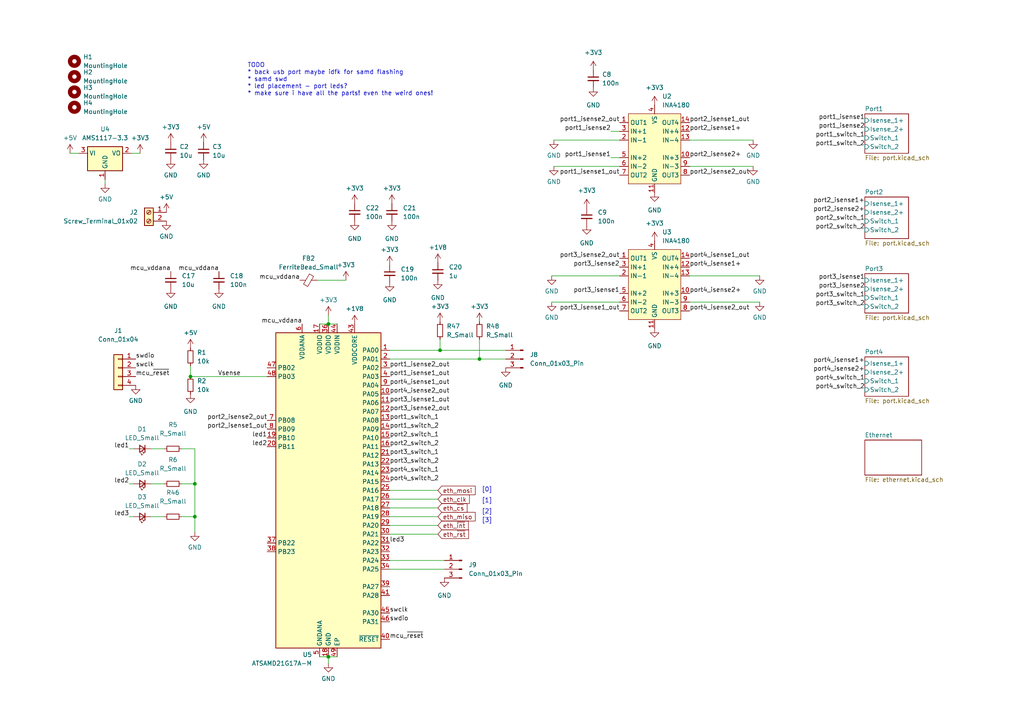
<source format=kicad_sch>
(kicad_sch (version 20230121) (generator eeschema)
  (paper "A4")
  (lib_symbols
    (symbol "Connector:Conn_01x03_Pin" (pin_names (offset 1.016) hide)
      (property "Reference" "J" (at 0 5.08 0))
      (property "Value" "Conn_01x03_Pin" (at 0 -5.08 0))
      (symbol "Conn_01x03_Pin_1_1"
        (polyline (pts (xy 1.27 -2.54) (xy 0.8636 -2.54)) (stroke (width 0.1524)))
        (polyline (pts (xy 1.27 0) (xy 0.8636 0)) (stroke (width 0.1524)))
        (polyline (pts (xy 1.27 2.54) (xy 0.8636 2.54)) (stroke (width 0.1524)))
        (rectangle (start 0.8636 -2.413) (end 0 -2.667) (stroke (width 0.1524)) (fill (type outline)))
        (rectangle (start 0.8636 0.127) (end 0 -0.127) (stroke (width 0.1524)) (fill (type outline)))
        (rectangle (start 0.8636 2.667) (end 0 2.413) (stroke (width 0.1524)) (fill (type outline)))
        (pin passive line (at 5.08 2.54 180) (length 3.81) (name "Pin_1") (number "1"))
        (pin passive line (at 5.08 0 180) (length 3.81) (name "Pin_2") (number "2"))
        (pin passive line (at 5.08 -2.54 180) (length 3.81) (name "Pin_3") (number "3"))
      )
    )
    (symbol "Connector:Screw_Terminal_01x02" (pin_names (offset 1.016) hide)
      (property "Reference" "J" (at 0 2.54 0))
      (property "Value" "Screw_Terminal_01x02" (at 0 -5.08 0))
      (symbol "Screw_Terminal_01x02_1_1"
        (rectangle (start -1.27 1.27) (end 1.27 -3.81) (stroke (width 0.254)) (fill (type background)))
        (circle (center 0 -2.54) (radius 0.635) (stroke (width 0.1524)))
        (polyline (pts (xy -0.5334 -2.2098) (xy 0.3302 -3.048)) (stroke (width 0.1524)))
        (polyline (pts (xy -0.5334 0.3302) (xy 0.3302 -0.508)) (stroke (width 0.1524)))
        (polyline (pts (xy -0.3556 -2.032) (xy 0.508 -2.8702)) (stroke (width 0.1524)))
        (polyline (pts (xy -0.3556 0.508) (xy 0.508 -0.3302)) (stroke (width 0.1524)))
        (circle (center 0 0) (radius 0.635) (stroke (width 0.1524)))
        (pin passive line (at -5.08 0 0) (length 3.81) (name "Pin_1") (number "1"))
        (pin passive line (at -5.08 -2.54 0) (length 3.81) (name "Pin_2") (number "2"))
      )
    )
    (symbol "Connector_Generic:Conn_01x04" (pin_names (offset 1.016) hide)
      (property "Reference" "J" (at 0 5.08 0))
      (property "Value" "Conn_01x04" (at 0 -7.62 0))
      (symbol "Conn_01x04_1_1"
        (rectangle (start -1.27 -4.953) (end 0 -5.207) (stroke (width 0.1524)))
        (rectangle (start -1.27 -2.413) (end 0 -2.667) (stroke (width 0.1524)))
        (rectangle (start -1.27 0.127) (end 0 -0.127) (stroke (width 0.1524)))
        (rectangle (start -1.27 2.667) (end 0 2.413) (stroke (width 0.1524)))
        (rectangle (start -1.27 3.81) (end 1.27 -6.35) (stroke (width 0.254)) (fill (type background)))
        (pin passive line (at -5.08 2.54 0) (length 3.81) (name "Pin_1") (number "1"))
        (pin passive line (at -5.08 0 0) (length 3.81) (name "Pin_2") (number "2"))
        (pin passive line (at -5.08 -2.54 0) (length 3.81) (name "Pin_3") (number "3"))
        (pin passive line (at -5.08 -5.08 0) (length 3.81) (name "Pin_4") (number "4"))
      )
    )
    (symbol "Device:C_Small" (pin_numbers hide) (pin_names (offset 0.254) hide)
      (property "Reference" "C" (at 0.254 1.778 0))
      (property "Value" "C_Small" (at 0.254 -2.032 0))
      (symbol "C_Small_0_1"
        (polyline (pts (xy -1.524 -0.508) (xy 1.524 -0.508)) (stroke (width 0.3302)))
        (polyline (pts (xy -1.524 0.508) (xy 1.524 0.508)) (stroke (width 0.3048)))
      )
      (symbol "C_Small_1_1"
        (pin passive line (at 0 2.54 270) (length 2.032) (name "~") (number "1"))
        (pin passive line (at 0 -2.54 90) (length 2.032) (name "~") (number "2"))
      )
    )
    (symbol "Device:FerriteBead_Small" (pin_numbers hide) (pin_names (offset 0))
      (property "Reference" "FB" (at 1.905 1.27 0))
      (property "Value" "FerriteBead_Small" (at 1.905 -1.27 0))
      (symbol "FerriteBead_Small_0_1"
        (polyline (pts (xy 0 -1.27) (xy 0 -0.7874)))
        (polyline (pts (xy 0 0.889) (xy 0 1.2954)))
        (polyline (pts (xy -1.8288 0.2794) (xy -1.1176 1.4986) (xy 1.8288 -0.2032) (xy 1.1176 -1.4224) (xy -1.8288 0.2794)))
      )
      (symbol "FerriteBead_Small_1_1"
        (pin passive line (at 0 2.54 270) (length 1.27) (name "~") (number "1"))
        (pin passive line (at 0 -2.54 90) (length 1.27) (name "~") (number "2"))
      )
    )
    (symbol "Device:LED_Small" (pin_numbers hide) (pin_names (offset 0.254) hide)
      (property "Reference" "D" (at -1.27 3.175 0))
      (property "Value" "LED_Small" (at -4.445 -2.54 0))
      (symbol "LED_Small_0_1"
        (polyline (pts (xy -0.762 -1.016) (xy -0.762 1.016)) (stroke (width 0.254)))
        (polyline (pts (xy 1.016 0) (xy -0.762 0)))
        (polyline (pts (xy 0.762 -1.016) (xy -0.762 0) (xy 0.762 1.016) (xy 0.762 -1.016)) (stroke (width 0.254)))
        (polyline (pts (xy 0 0.762) (xy -0.508 1.27) (xy -0.254 1.27) (xy -0.508 1.27) (xy -0.508 1.016)))
        (polyline (pts (xy 0.508 1.27) (xy 0 1.778) (xy 0.254 1.778) (xy 0 1.778) (xy 0 1.524)))
      )
      (symbol "LED_Small_1_1"
        (pin passive line (at -2.54 0 0) (length 1.778) (name "K") (number "1"))
        (pin passive line (at 2.54 0 180) (length 1.778) (name "A") (number "2"))
      )
    )
    (symbol "Device:R_Small" (pin_numbers hide) (pin_names (offset 0.254) hide)
      (property "Reference" "R" (at 0.762 0.508 0))
      (property "Value" "R_Small" (at 0.762 -1.016 0))
      (symbol "R_Small_0_1"
        (rectangle (start -0.762 1.778) (end 0.762 -1.778) (stroke (width 0.2032)))
      )
      (symbol "R_Small_1_1"
        (pin passive line (at 0 2.54 270) (length 0.762) (name "~") (number "1"))
        (pin passive line (at 0 -2.54 90) (length 0.762) (name "~") (number "2"))
      )
    )
    (symbol "MCU_Microchip_SAMD:ATSAMD21G17A-M"
      (property "Reference" "U" (at -13.97 46.99 0))
      (property "Value" "ATSAMD21G17A-M" (at 16.51 46.99 0))
      (symbol "ATSAMD21G17A-M_0_1"
        (rectangle (start -15.24 45.72) (end 15.24 -45.72) (stroke (width 0.254)) (fill (type background)))
      )
      (symbol "ATSAMD21G17A-M_1_1"
        (pin bidirectional line (at -17.78 40.64 0) (length 2.54) (name "PA00") (number "1"))
        (pin bidirectional line (at -17.78 27.94 0) (length 2.54) (name "PA05") (number "10"))
        (pin bidirectional line (at -17.78 25.4 0) (length 2.54) (name "PA06") (number "11"))
        (pin bidirectional line (at -17.78 22.86 0) (length 2.54) (name "PA07") (number "12"))
        (pin bidirectional line (at -17.78 20.32 0) (length 2.54) (name "PA08") (number "13"))
        (pin bidirectional line (at -17.78 17.78 0) (length 2.54) (name "PA09") (number "14"))
        (pin bidirectional line (at -17.78 15.24 0) (length 2.54) (name "PA10") (number "15"))
        (pin bidirectional line (at -17.78 12.7 0) (length 2.54) (name "PA11") (number "16"))
        (pin power_in line (at 2.54 48.26 270) (length 2.54) (name "VDDIO") (number "17"))
        (pin power_in line (at 0 -48.26 90) (length 2.54) (name "GND") (number "18"))
        (pin bidirectional line (at 17.78 15.24 180) (length 2.54) (name "PB10") (number "19"))
        (pin bidirectional line (at -17.78 38.1 0) (length 2.54) (name "PA01") (number "2"))
        (pin bidirectional line (at 17.78 12.7 180) (length 2.54) (name "PB11") (number "20"))
        (pin bidirectional line (at -17.78 10.16 0) (length 2.54) (name "PA12") (number "21"))
        (pin bidirectional line (at -17.78 7.62 0) (length 2.54) (name "PA13") (number "22"))
        (pin bidirectional line (at -17.78 5.08 0) (length 2.54) (name "PA14") (number "23"))
        (pin bidirectional line (at -17.78 2.54 0) (length 2.54) (name "PA15") (number "24"))
        (pin bidirectional line (at -17.78 0 0) (length 2.54) (name "PA16") (number "25"))
        (pin bidirectional line (at -17.78 -2.54 0) (length 2.54) (name "PA17") (number "26"))
        (pin bidirectional line (at -17.78 -5.08 0) (length 2.54) (name "PA18") (number "27"))
        (pin bidirectional line (at -17.78 -7.62 0) (length 2.54) (name "PA19") (number "28"))
        (pin bidirectional line (at -17.78 -10.16 0) (length 2.54) (name "PA20") (number "29"))
        (pin bidirectional line (at -17.78 35.56 0) (length 2.54) (name "PA02") (number "3"))
        (pin bidirectional line (at -17.78 -12.7 0) (length 2.54) (name "PA21") (number "30"))
        (pin bidirectional line (at -17.78 -15.24 0) (length 2.54) (name "PA22") (number "31"))
        (pin bidirectional line (at -17.78 -17.78 0) (length 2.54) (name "PA23") (number "32"))
        (pin bidirectional line (at -17.78 -20.32 0) (length 2.54) (name "PA24") (number "33"))
        (pin bidirectional line (at -17.78 -22.86 0) (length 2.54) (name "PA25") (number "34"))
        (pin passive line (at 0 -48.26 90) (length 2.54) hide (name "GND") (number "35"))
        (pin power_in line (at 0 48.26 270) (length 2.54) (name "VDDIO") (number "36"))
        (pin bidirectional line (at 17.78 -15.24 180) (length 2.54) (name "PB22") (number "37"))
        (pin bidirectional line (at 17.78 -17.78 180) (length 2.54) (name "PB23") (number "38"))
        (pin bidirectional line (at -17.78 -27.94 0) (length 2.54) (name "PA27") (number "39"))
        (pin bidirectional line (at -17.78 33.02 0) (length 2.54) (name "PA03") (number "4"))
        (pin input line (at -17.78 -43.18 0) (length 2.54) (name "~{RESET}") (number "40"))
        (pin bidirectional line (at -17.78 -30.48 0) (length 2.54) (name "PA28") (number "41"))
        (pin passive line (at 0 -48.26 90) (length 2.54) hide (name "GND") (number "42"))
        (pin power_out line (at -7.62 48.26 270) (length 2.54) (name "VDDCORE") (number "43"))
        (pin power_in line (at -2.54 48.26 270) (length 2.54) (name "VDDIN") (number "44"))
        (pin bidirectional line (at -17.78 -35.56 0) (length 2.54) (name "PA30") (number "45"))
        (pin bidirectional line (at -17.78 -38.1 0) (length 2.54) (name "PA31") (number "46"))
        (pin bidirectional line (at 17.78 35.56 180) (length 2.54) (name "PB02") (number "47"))
        (pin bidirectional line (at 17.78 33.02 180) (length 2.54) (name "PB03") (number "48"))
        (pin passive line (at -2.54 -48.26 90) (length 2.54) (name "EP") (number "49"))
        (pin power_in line (at 2.54 -48.26 90) (length 2.54) (name "GNDANA") (number "5"))
        (pin power_in line (at 7.62 48.26 270) (length 2.54) (name "VDDANA") (number "6"))
        (pin bidirectional line (at 17.78 20.32 180) (length 2.54) (name "PB08") (number "7"))
        (pin bidirectional line (at 17.78 17.78 180) (length 2.54) (name "PB09") (number "8"))
        (pin bidirectional line (at -17.78 30.48 0) (length 2.54) (name "PA04") (number "9"))
      )
    )
    (symbol "Mechanical:MountingHole" (pin_names (offset 1.016))
      (property "Reference" "H" (at 0 5.08 0))
      (property "Value" "MountingHole" (at 0 3.175 0))
      (symbol "MountingHole_0_1"
        (circle (center 0 0) (radius 1.27) (stroke (width 1.27)))
      )
    )
    (symbol "Regulator_Linear:AMS1117-3.3"
      (property "Reference" "U" (at -3.81 3.175 0))
      (property "Value" "AMS1117-3.3" (at 0 3.175 0))
      (symbol "AMS1117-3.3_0_1"
        (rectangle (start -5.08 -5.08) (end 5.08 1.905) (stroke (width 0.254)) (fill (type background)))
      )
      (symbol "AMS1117-3.3_1_1"
        (pin power_in line (at 0 -7.62 90) (length 2.54) (name "GND") (number "1"))
        (pin power_out line (at 7.62 0 180) (length 2.54) (name "VO") (number "2"))
        (pin power_in line (at -7.62 0 0) (length 2.54) (name "VI") (number "3"))
      )
    )
    (symbol "power:+1V8" (power) (pin_names (offset 0))
      (property "Value" "+1V8" (at 0 3.556 0))
      (symbol "+1V8_0_1"
        (polyline (pts (xy -0.762 1.27) (xy 0 2.54)))
        (polyline (pts (xy 0 0) (xy 0 2.54)))
        (polyline (pts (xy 0 2.54) (xy 0.762 1.27)))
      )
      (symbol "+1V8_1_1"
        (pin power_in line (at 0 0 90) (length 0) hide (name "+1V8") (number "1"))
      )
    )
    (symbol "power:+3V3" (power) (pin_names (offset 0))
      (property "Value" "+3V3" (at 0 3.556 0))
      (symbol "+3V3_0_1"
        (polyline (pts (xy -0.762 1.27) (xy 0 2.54)))
        (polyline (pts (xy 0 0) (xy 0 2.54)))
        (polyline (pts (xy 0 2.54) (xy 0.762 1.27)))
      )
      (symbol "+3V3_1_1"
        (pin power_in line (at 0 0 90) (length 0) hide (name "+3V3") (number "1"))
      )
    )
    (symbol "power:+5V" (power) (pin_names (offset 0))
      (property "Value" "+5V" (at 0 3.556 0))
      (symbol "+5V_0_1"
        (polyline (pts (xy -0.762 1.27) (xy 0 2.54)))
        (polyline (pts (xy 0 0) (xy 0 2.54)))
        (polyline (pts (xy 0 2.54) (xy 0.762 1.27)))
      )
      (symbol "+5V_1_1"
        (pin power_in line (at 0 0 90) (length 0) hide (name "+5V") (number "1"))
      )
    )
    (symbol "power:GND" (power) (pin_names (offset 0))
      (property "Value" "GND" (at 0 -3.81 0))
      (symbol "GND_0_1"
        (polyline (pts (xy 0 0) (xy 0 -1.27) (xy 1.27 -1.27) (xy 0 -2.54) (xy -1.27 -1.27) (xy 0 -1.27)))
      )
      (symbol "GND_1_1"
        (pin power_in line (at 0 0 270) (length 0) hide (name "GND") (number "1"))
      )
    )
    (symbol "stary:INA4180"
      (property "Reference" "U" (at -5.715 13.97 0))
      (property "Value" "INA4180" (at -5.715 12.065 0))
      (symbol "INA4180_0_1"
        (rectangle (start -7.62 10.16) (end 7.62 -10.16) (fill (type background)))
      )
      (symbol "INA4180_1_1"
        (pin output line (at -10.16 7.62 0) (length 2.54) (name "OUT1") (number "1"))
        (pin input line (at 10.16 -2.54 180) (length 2.54) (name "IN+3") (number "10"))
        (pin power_in line (at 0 -12.7 90) (length 2.54) (name "GND") (number "11"))
        (pin input line (at 10.16 5.08 180) (length 2.54) (name "IN+4") (number "12"))
        (pin input line (at 10.16 2.54 180) (length 2.54) (name "IN-4") (number "13"))
        (pin output line (at 10.16 7.62 180) (length 2.54) (name "OUT4") (number "14"))
        (pin input line (at -10.16 2.54 0) (length 2.54) (name "IN-1") (number "2"))
        (pin input line (at -10.16 5.08 0) (length 2.54) (name "IN+1") (number "3"))
        (pin power_in line (at 0 12.7 270) (length 2.54) (name "VS") (number "4"))
        (pin input line (at -10.16 -2.54 0) (length 2.54) (name "IN+2") (number "5"))
        (pin input line (at -10.16 -5.08 0) (length 2.54) (name "IN-2") (number "6"))
        (pin output line (at -10.16 -7.62 0) (length 2.54) (name "OUT2") (number "7"))
        (pin output line (at 10.16 -7.62 180) (length 2.54) (name "OUT3") (number "8"))
        (pin input line (at 10.16 -5.08 180) (length 2.54) (name "IN-3") (number "9"))
      )
    )
  )
  (junction (at 56.515 149.86))
  (junction (at 56.515 140.335))
  (junction (at 95.25 190.5))
  (junction (at 55.245 109.22))
  (junction (at 139.065 104.14))
  (junction (at 127.635 101.6))
  (junction (at 95.25 93.98))
  (wire (pts (xy 92.71 190.5) (xy 95.25 190.5)))
  (wire (pts (xy 38.1 44.45) (xy 40.64 44.45)))
  (wire (pts (xy 127.635 98.425) (xy 127.635 101.6)))
  (wire (pts (xy 56.515 149.86) (xy 56.515 154.305)))
  (wire (pts (xy 113.03 162.56) (xy 128.905 162.56)))
  (wire (pts (xy 113.03 154.94) (xy 127 154.94)))
  (wire (pts (xy 160.655 40.64) (xy 179.705 40.64)))
  (wire (pts (xy 139.065 98.425) (xy 139.065 104.14)))
  (wire (pts (xy 55.245 109.22) (xy 77.47 109.22)))
  (wire (pts (xy 52.705 149.86) (xy 56.515 149.86)))
  (wire (pts (xy 113.03 165.1) (xy 128.905 165.1)))
  (wire (pts (xy 92.075 81.28) (xy 100.33 81.28)))
  (wire (pts (xy 56.515 149.86) (xy 56.515 140.335)))
  (wire (pts (xy 52.705 140.335) (xy 56.515 140.335)))
  (wire (pts (xy 92.71 93.98) (xy 95.25 93.98)))
  (wire (pts (xy 220.345 80.01) (xy 200.025 80.01)))
  (wire (pts (xy 113.03 104.14) (xy 139.065 104.14)))
  (wire (pts (xy 220.345 87.63) (xy 200.025 87.63)))
  (wire (pts (xy 177.165 45.72) (xy 179.705 45.72)))
  (wire (pts (xy 113.03 142.24) (xy 127 142.24)))
  (wire (pts (xy 218.44 40.64) (xy 200.025 40.64)))
  (wire (pts (xy 113.03 144.78) (xy 127 144.78)))
  (wire (pts (xy 37.465 140.335) (xy 38.735 140.335)))
  (wire (pts (xy 113.03 101.6) (xy 127.635 101.6)))
  (wire (pts (xy 113.03 152.4) (xy 127 152.4)))
  (wire (pts (xy 95.25 190.5) (xy 97.79 190.5)))
  (wire (pts (xy 160.02 80.01) (xy 179.705 80.01)))
  (wire (pts (xy 95.25 93.98) (xy 97.79 93.98)))
  (wire (pts (xy 30.48 52.07) (xy 30.48 53.34)))
  (wire (pts (xy 43.815 149.86) (xy 47.625 149.86)))
  (wire (pts (xy 160.02 87.63) (xy 179.705 87.63)))
  (wire (pts (xy 56.515 130.175) (xy 56.515 140.335)))
  (wire (pts (xy 160.655 48.26) (xy 179.705 48.26)))
  (wire (pts (xy 218.44 48.26) (xy 200.025 48.26)))
  (wire (pts (xy 127.635 101.6) (xy 146.685 101.6)))
  (wire (pts (xy 177.165 38.1) (xy 179.705 38.1)))
  (wire (pts (xy 37.465 149.86) (xy 38.735 149.86)))
  (wire (pts (xy 127 147.32) (xy 113.03 147.32)))
  (wire (pts (xy 52.705 130.175) (xy 56.515 130.175)))
  (wire (pts (xy 20.32 44.45) (xy 22.86 44.45)))
  (wire (pts (xy 95.25 190.5) (xy 95.25 192.405)))
  (wire (pts (xy 43.815 140.335) (xy 47.625 140.335)))
  (wire (pts (xy 139.065 104.14) (xy 146.685 104.14)))
  (wire (pts (xy 127 149.86) (xy 113.03 149.86)))
  (wire (pts (xy 55.245 106.045) (xy 55.245 109.22)))
  (wire (pts (xy 43.815 130.175) (xy 47.625 130.175)))
  (wire (pts (xy 95.25 91.44) (xy 95.25 93.98)))
  (wire (pts (xy 37.465 130.175) (xy 38.735 130.175)))
  (text "[1]" (at 139.7 146.05 0) (effects (font (size 1.27 1.27)) (justify left bottom)))
  (text "[3]" (at 139.7 151.765 0) (effects (font (size 1.27 1.27)) (justify left bottom)))
  (text "[2]" (at 139.7 149.225 0) (effects (font (size 1.27 1.27)) (justify left bottom)))
  (text "TODO\n* back usb port maybe idfk for samd flashing\n* samd swd\n* led placement - port leds?\n* make sure i have all the parts! even the weird ones!" (at 71.755 27.94 0) (effects (font (size 1.27 1.27)) (justify left bottom)))
  (text "[0]" (at 139.7 142.875 0) (effects (font (size 1.27 1.27)) (justify left bottom)))
  (label "port4_switch_1" (at 250.825 110.49 180))
  (label "port4_isense1_out" (at 113.03 111.76 0))
  (label "port1_isense1" (at 250.825 34.925 180))
  (label "port3_isense1" (at 179.705 85.09 180))
  (label "port3_switch_1" (at 113.03 132.08 0))
  (label "mcu_vddana" (at 49.53 78.74 180))
  (label "port2_isense2_out" (at 200.025 50.8 0))
  (label "port4_switch_2" (at 250.825 113.03 180))
  (label "port1_isense1_out" (at 113.03 109.22 0))
  (label "port1_isense1" (at 177.165 45.72 180))
  (label "port2_switch_2" (at 250.825 66.675 180))
  (label "port2_switch_1" (at 250.825 64.135 180))
  (label "port3_switch_1" (at 250.825 86.36 180))
  (label "swdio" (at 113.03 180.34 0))
  (label "led2" (at 37.465 140.335 180))
  (label "port2_isense1+" (at 200.025 38.1 0))
  (label "port1_isense2_out" (at 179.705 35.56 180))
  (label "port1_switch_2" (at 113.03 124.46 0))
  (label "port1_switch_1" (at 113.03 121.92 0))
  (label "port3_switch_2" (at 113.03 134.62 0))
  (label "port2_isense1_out" (at 200.025 35.56 0))
  (label "port4_isense2+" (at 250.825 107.95 180))
  (label "mcu_~{reset}" (at 113.03 185.42 0))
  (label "port1_isense2_out" (at 113.03 106.68 0))
  (label "port3_switch_2" (at 250.825 88.9 180))
  (label "led1" (at 37.465 130.175 180))
  (label "Vsense" (at 69.85 109.22 180))
  (label "port2_isense2_out" (at 77.47 121.92 180))
  (label "led1" (at 77.47 127 180))
  (label "port1_isense1_out" (at 179.705 50.8 180))
  (label "port4_isense2+" (at 200.025 85.09 0))
  (label "port3_isense2_out" (at 179.705 74.93 180))
  (label "led2" (at 77.47 129.54 180))
  (label "port1_switch_2" (at 250.825 42.545 180))
  (label "swclk" (at 39.37 106.68 0))
  (label "port3_isense2" (at 179.705 77.47 180))
  (label "mcu_vddana" (at 87.63 93.98 180))
  (label "port2_switch_1" (at 113.03 127 0))
  (label "port1_switch_1" (at 250.825 40.005 180))
  (label "port3_isense1_out" (at 113.03 116.84 0))
  (label "port4_isense1_out" (at 200.025 74.93 0))
  (label "mcu_~{reset}" (at 39.37 109.22 0))
  (label "port3_isense2" (at 250.825 83.82 180))
  (label "port2_isense1+" (at 250.825 59.055 180))
  (label "port4_isense1+" (at 200.025 77.47 0))
  (label "port2_isense2+" (at 200.025 45.72 0))
  (label "led3" (at 113.03 157.48 0))
  (label "led3" (at 37.465 149.86 180))
  (label "port2_isense2+" (at 250.825 61.595 180))
  (label "port3_isense1_out" (at 179.705 90.17 180))
  (label "port4_switch_1" (at 113.03 137.16 0))
  (label "port4_isense2_out" (at 200.025 90.17 0))
  (label "port1_isense2" (at 250.825 37.465 180))
  (label "mcu_vddana" (at 63.5 78.74 180))
  (label "port4_isense2_out" (at 113.03 114.3 0))
  (label "port3_isense1" (at 250.825 81.28 180))
  (label "swdio" (at 39.37 104.14 0))
  (label "port2_switch_2" (at 113.03 129.54 0))
  (label "port2_isense1_out" (at 77.47 124.46 180))
  (label "port1_isense2" (at 177.165 38.1 180))
  (label "port4_switch_2" (at 113.03 139.7 0))
  (label "port4_isense1+" (at 250.825 105.41 180))
  (label "swclk" (at 113.03 177.8 0))
  (label "port3_isense2_out" (at 113.03 119.38 0))
  (label "mcu_vddana" (at 86.995 81.28 180))
  (global_label "eth_clk" (shape input) (at 127 144.78 0) (property "Intersheetrefs" "${INTERSHEET_REFS}" (effects hide)))
  (global_label "eth_miso" (shape input) (at 127 149.86 0) (property "Intersheetrefs" "${INTERSHEET_REFS}" (effects hide)))
  (global_label "eth_~{rst}" (shape input) (at 127 154.94 0) (property "Intersheetrefs" "${INTERSHEET_REFS}" (effects hide)))
  (global_label "eth_~{int}" (shape input) (at 127 152.4 0) (property "Intersheetrefs" "${INTERSHEET_REFS}" (effects hide)))
  (global_label "eth_~{cs}" (shape input) (at 127 147.32 0) (property "Intersheetrefs" "${INTERSHEET_REFS}" (effects hide)))
  (global_label "eth_mosi" (shape input) (at 127 142.24 0) (property "Intersheetrefs" "${INTERSHEET_REFS}" (effects hide)))
  (symbol (lib_id "Device:R_Small") (at 55.245 103.505 0) (unit 1)
    (property "Reference" "R1" (at 57.15 102.235 0) (effects (justify left)))
    (property "Value" "10k" (at 57.15 104.775 0) (effects (justify left)))
    (property "Footprint" "Resistor_SMD:R_0603_1608Metric" (effects hide))
  )
  (symbol (lib_id "Device:LED_Small") (at 41.275 130.175 180) (unit 1)
    (property "Reference" "D1" (at 41.2115 124.46 0))
    (property "Value" "LED_Small" (at 41.2115 127 0))
    (property "Footprint" "LED_SMD:LED_0603_1608Metric" (effects hide))
  )
  (symbol (lib_id "power:GND") (at 56.515 154.305 0) (unit 1)
    (property "Reference" "#PWR020" (effects hide))
    (property "Value" "GND" (at 56.515 158.75 0))
  )
  (symbol (lib_id "Device:LED_Small") (at 41.275 149.86 180) (unit 1)
    (property "Reference" "D3" (at 41.2115 144.145 0))
    (property "Value" "LED_Small" (at 41.2115 146.685 0))
    (property "Footprint" "LED_SMD:LED_0603_1608Metric" (effects hide))
  )
  (symbol (lib_id "power:+1V8") (at 102.87 93.98 0) (unit 1)
    (property "Reference" "#PWR087" (effects hide))
    (property "Value" "+1V8" (at 102.87 89.535 0))
  )
  (symbol (lib_id "power:GND") (at 127 81.28 0) (unit 1)
    (property "Reference" "#PWR086" (effects hide))
    (property "Value" "GND" (at 127 86.36 0))
  )
  (symbol (lib_id "power:+3V3") (at 170.18 60.325 0) (unit 1)
    (property "Reference" "#PWR056" (effects hide))
    (property "Value" "+3V3" (at 170.18 55.245 0))
  )
  (symbol (lib_id "Device:C_Small") (at 170.18 62.865 0) (unit 1)
    (property "Reference" "C9" (at 173.355 61.6013 0) (effects (justify left)))
    (property "Value" "100n" (at 173.355 64.1413 0) (effects (justify left)))
    (property "Footprint" "Capacitor_SMD:C_0603_1608Metric" (effects hide))
  )
  (symbol (lib_id "power:+3V3") (at 139.065 93.345 0) (unit 1)
    (property "Reference" "#PWR094" (effects hide))
    (property "Value" "+3V3" (at 139.065 88.9 0))
  )
  (symbol (lib_id "power:+3V3") (at 113.665 59.055 0) (unit 1)
    (property "Reference" "#PWR088" (effects hide))
    (property "Value" "+3V3" (at 113.665 54.61 0))
  )
  (symbol (lib_id "power:GND") (at 49.53 46.355 0) (mirror y) (unit 1)
    (property "Reference" "#PWR031" (effects hide))
    (property "Value" "GND" (at 49.53 50.8 0))
  )
  (symbol (lib_id "power:+5V") (at 59.055 41.275 0) (unit 1)
    (property "Reference" "#PWR034" (effects hide))
    (property "Value" "+5V" (at 59.055 36.83 0))
  )
  (symbol (lib_id "Device:C_Small") (at 49.53 81.28 0) (unit 1)
    (property "Reference" "C17" (at 52.705 80.0163 0) (effects (justify left)))
    (property "Value" "10u" (at 52.705 82.5563 0) (effects (justify left)))
    (property "Footprint" "Capacitor_SMD:C_0603_1608Metric" (effects hide))
  )
  (symbol (lib_id "power:GND") (at 189.865 95.25 0) (unit 1)
    (property "Reference" "#PWR054" (effects hide))
    (property "Value" "GND" (at 189.865 100.33 0))
  )
  (symbol (lib_id "power:+5V") (at 55.245 100.965 0) (unit 1)
    (property "Reference" "#PWR016" (effects hide))
    (property "Value" "+5V" (at 55.245 96.52 0))
  )
  (symbol (lib_id "power:GND") (at 95.25 192.405 0) (unit 1)
    (property "Reference" "#PWR070" (effects hide))
    (property "Value" "GND" (at 95.25 196.85 0))
  )
  (symbol (lib_id "power:GND") (at 113.03 81.915 0) (unit 1)
    (property "Reference" "#PWR084" (effects hide))
    (property "Value" "GND" (at 113.03 86.995 0))
  )
  (symbol (lib_id "power:GND") (at 220.345 87.63 0) (mirror y) (unit 1)
    (property "Reference" "#PWR078" (effects hide))
    (property "Value" "GND" (at 220.345 92.075 0))
  )
  (symbol (lib_id "power:+5V") (at 48.26 61.595 0) (unit 1)
    (property "Reference" "#PWR02" (effects hide))
    (property "Value" "+5V" (at 48.26 57.15 0))
  )
  (symbol (lib_id "Mechanical:MountingHole") (at 21.59 22.225 0) (unit 1)
    (property "Reference" "H2" (at 24.13 20.955 0) (effects (justify left)))
    (property "Value" "MountingHole" (at 24.13 23.495 0) (effects (justify left)))
    (property "Footprint" "MountingHole:MountingHole_3.2mm_M3" (effects hide))
  )
  (symbol (lib_id "power:+3V3") (at 127.635 93.345 0) (unit 1)
    (property "Reference" "#PWR093" (effects hide))
    (property "Value" "+3V3" (at 127.635 88.9 0))
  )
  (symbol (lib_id "power:GND") (at 189.865 55.88 0) (unit 1)
    (property "Reference" "#PWR023" (effects hide))
    (property "Value" "GND" (at 189.865 60.96 0))
  )
  (symbol (lib_id "Regulator_Linear:AMS1117-3.3") (at 30.48 44.45 0) (unit 1)
    (property "Reference" "U4" (at 30.48 37.465 0))
    (property "Value" "AMS1117-3.3" (at 30.48 40.005 0))
    (property "Footprint" "Package_TO_SOT_SMD:SOT-223-3_TabPin2" (effects hide))
    (property "Datasheet" "http://www.advanced-monolithic.com/pdf/ds1117.pdf" (effects hide))
  )
  (symbol (lib_id "power:+3V3") (at 95.25 91.44 0) (unit 1)
    (property "Reference" "#PWR06" (effects hide))
    (property "Value" "+3V3" (at 95.25 86.995 0))
  )
  (symbol (lib_id "MCU_Microchip_SAMD:ATSAMD21G17A-M") (at 95.25 142.24 0) (mirror y) (unit 1)
    (property "Reference" "U5" (at 90.5159 189.865 0) (effects (justify left)))
    (property "Value" "ATSAMD21G17A-M" (at 90.5159 192.405 0) (effects (justify left)))
    (property "Footprint" "Package_DFN_QFN:QFN-48-1EP_7x7mm_P0.5mm_EP5.15x5.15mm" (effects hide))
    (property "Datasheet" "http://ww1.microchip.com/downloads/en/DeviceDoc/SAM_D21_DA1_Family_Data%20Sheet_DS40001882E.pdf" (effects hide))
  )
  (symbol (lib_id "Mechanical:MountingHole") (at 21.59 26.67 0) (unit 1)
    (property "Reference" "H3" (at 24.13 25.4 0) (effects (justify left)))
    (property "Value" "MountingHole" (at 24.13 27.94 0) (effects (justify left)))
    (property "Footprint" "MountingHole:MountingHole_3.2mm_M3" (effects hide))
  )
  (symbol (lib_id "stary:INA4180") (at 189.865 43.18 0) (unit 1)
    (property "Reference" "U2" (at 192.0591 27.94 0) (effects (justify left)))
    (property "Value" "INA4180" (at 192.0591 30.48 0) (effects (justify left)))
    (property "Footprint" "Package_SO:TSSOP-14_4.4x5mm_P0.65mm" (effects hide))
  )
  (symbol (lib_id "power:+3V3") (at 49.53 41.275 0) (unit 1)
    (property "Reference" "#PWR030" (effects hide))
    (property "Value" "+3V3" (at 49.53 36.83 0))
  )
  (symbol (lib_id "power:GND") (at 146.685 106.68 0) (unit 1)
    (property "Reference" "#PWR092" (effects hide))
    (property "Value" "GND" (at 146.685 111.76 0))
  )
  (symbol (lib_id "Mechanical:MountingHole") (at 21.59 17.78 0) (unit 1)
    (property "Reference" "H1" (at 24.13 16.51 0) (effects (justify left)))
    (property "Value" "MountingHole" (at 24.13 19.05 0) (effects (justify left)))
    (property "Footprint" "MountingHole:MountingHole_3.2mm_M3" (effects hide))
  )
  (symbol (lib_id "Connector:Screw_Terminal_01x02") (at 43.18 61.595 0) (mirror y) (unit 1)
    (property "Reference" "J2" (at 40.005 61.5949 0) (effects (justify left)))
    (property "Value" "Screw_Terminal_01x02" (at 40.005 64.1349 0) (effects (justify left)))
    (property "Footprint" "stary:Amphenol_YK3210203000G" (effects hide))
  )
  (symbol (lib_id "Connector_Generic:Conn_01x04") (at 34.29 106.68 0) (mirror y) (unit 1)
    (property "Reference" "J1" (at 34.29 95.885 0))
    (property "Value" "Conn_01x04" (at 34.29 98.425 0))
    (property "Footprint" "Connector_PinHeader_2.54mm:PinHeader_1x04_P2.54mm_Vertical" (effects hide))
  )
  (symbol (lib_id "Connector:Conn_01x03_Pin") (at 151.765 104.14 0) (mirror y) (unit 1)
    (property "Reference" "J8" (at 153.67 102.87 0) (effects (justify right)))
    (property "Value" "Conn_01x03_Pin" (at 153.67 105.41 0) (effects (justify right)))
    (property "Footprint" "Connector_PinHeader_2.54mm:PinHeader_1x03_P2.54mm_Vertical" (effects hide))
  )
  (symbol (lib_id "power:GND") (at 39.37 111.76 0) (unit 1)
    (property "Reference" "#PWR01" (effects hide))
    (property "Value" "GND" (at 39.37 116.205 0))
  )
  (symbol (lib_id "power:GND") (at 160.02 80.01 0) (unit 1)
    (property "Reference" "#PWR075" (effects hide))
    (property "Value" "GND" (at 160.02 84.455 0))
  )
  (symbol (lib_id "Connector:Conn_01x03_Pin") (at 133.985 165.1 0) (mirror y) (unit 1)
    (property "Reference" "J9" (at 135.89 163.83 0) (effects (justify right)))
    (property "Value" "Conn_01x03_Pin" (at 135.89 166.37 0) (effects (justify right)))
    (property "Footprint" "Connector_PinHeader_2.54mm:PinHeader_1x03_P2.54mm_Vertical_SMD_Pin1Left" (effects hide))
  )
  (symbol (lib_id "power:GND") (at 128.905 167.64 0) (unit 1)
    (property "Reference" "#PWR095" (effects hide))
    (property "Value" "GND" (at 128.905 172.72 0))
  )
  (symbol (lib_id "power:GND") (at 63.5 83.82 0) (unit 1)
    (property "Reference" "#PWR082" (effects hide))
    (property "Value" "GND" (at 63.5 88.9 0))
  )
  (symbol (lib_id "power:GND") (at 218.44 40.64 0) (mirror y) (unit 1)
    (property "Reference" "#PWR079" (effects hide))
    (property "Value" "GND" (at 218.44 45.085 0))
  )
  (symbol (lib_id "power:+3V3") (at 189.865 69.85 0) (unit 1)
    (property "Reference" "#PWR055" (effects hide))
    (property "Value" "+3V3" (at 189.865 64.77 0))
  )
  (symbol (lib_id "power:+3V3") (at 102.87 59.055 0) (unit 1)
    (property "Reference" "#PWR090" (effects hide))
    (property "Value" "+3V3" (at 102.87 54.61 0))
  )
  (symbol (lib_id "power:+3V3") (at 113.03 76.835 0) (unit 1)
    (property "Reference" "#PWR083" (effects hide))
    (property "Value" "+3V3" (at 113.03 72.39 0))
  )
  (symbol (lib_id "Device:R_Small") (at 127.635 95.885 0) (unit 1)
    (property "Reference" "R47" (at 129.54 94.615 0) (effects (justify left)))
    (property "Value" "R_Small" (at 129.54 97.155 0) (effects (justify left)))
    (property "Footprint" "Resistor_SMD:R_0603_1608Metric" (effects hide))
  )
  (symbol (lib_id "power:+5V") (at 20.32 44.45 0) (unit 1)
    (property "Reference" "#PWR021" (effects hide))
    (property "Value" "+5V" (at 20.32 40.005 0))
  )
  (symbol (lib_id "Device:R_Small") (at 55.245 111.76 0) (unit 1)
    (property "Reference" "R2" (at 57.15 110.49 0) (effects (justify left)))
    (property "Value" "10k" (at 57.15 113.03 0) (effects (justify left)))
    (property "Footprint" "Resistor_SMD:R_0603_1608Metric" (effects hide))
  )
  (symbol (lib_id "Device:C_Small") (at 113.03 79.375 0) (unit 1)
    (property "Reference" "C19" (at 116.205 78.1113 0) (effects (justify left)))
    (property "Value" "100n" (at 116.205 80.6513 0) (effects (justify left)))
    (property "Footprint" "Capacitor_SMD:C_0603_1608Metric" (effects hide))
  )
  (symbol (lib_id "Device:R_Small") (at 50.165 149.86 90) (unit 1)
    (property "Reference" "R46" (at 50.165 142.875 90))
    (property "Value" "R_Small" (at 50.165 145.415 90))
    (property "Footprint" "Resistor_SMD:R_0603_1608Metric" (effects hide))
  )
  (symbol (lib_id "power:GND") (at 48.26 64.135 0) (mirror y) (unit 1)
    (property "Reference" "#PWR03" (effects hide))
    (property "Value" "GND" (at 48.26 68.58 0))
  )
  (symbol (lib_id "power:GND") (at 220.345 80.01 0) (mirror y) (unit 1)
    (property "Reference" "#PWR077" (effects hide))
    (property "Value" "GND" (at 220.345 84.455 0))
  )
  (symbol (lib_id "Mechanical:MountingHole") (at 21.59 31.115 0) (unit 1)
    (property "Reference" "H4" (at 24.13 29.845 0) (effects (justify left)))
    (property "Value" "MountingHole" (at 24.13 32.385 0) (effects (justify left)))
    (property "Footprint" "MountingHole:MountingHole_3.2mm_M3" (effects hide))
  )
  (symbol (lib_id "power:GND") (at 113.665 64.135 0) (unit 1)
    (property "Reference" "#PWR089" (effects hide))
    (property "Value" "GND" (at 113.665 69.215 0))
  )
  (symbol (lib_id "Device:C_Small") (at 127 78.74 0) (unit 1)
    (property "Reference" "C20" (at 130.175 77.4763 0) (effects (justify left)))
    (property "Value" "1u" (at 130.175 80.0163 0) (effects (justify left)))
    (property "Footprint" "Capacitor_SMD:C_0603_1608Metric" (effects hide))
  )
  (symbol (lib_id "Device:R_Small") (at 50.165 130.175 90) (unit 1)
    (property "Reference" "R5" (at 50.165 123.19 90))
    (property "Value" "R_Small" (at 50.165 125.73 90))
    (property "Footprint" "Resistor_SMD:R_0603_1608Metric" (effects hide))
  )
  (symbol (lib_id "power:GND") (at 170.18 65.405 0) (unit 1)
    (property "Reference" "#PWR057" (effects hide))
    (property "Value" "GND" (at 170.18 70.485 0))
  )
  (symbol (lib_id "power:GND") (at 160.02 87.63 0) (unit 1)
    (property "Reference" "#PWR076" (effects hide))
    (property "Value" "GND" (at 160.02 92.075 0))
  )
  (symbol (lib_id "Device:R_Small") (at 50.165 140.335 90) (unit 1)
    (property "Reference" "R6" (at 50.165 133.35 90))
    (property "Value" "R_Small" (at 50.165 135.89 90))
    (property "Footprint" "Resistor_SMD:R_0603_1608Metric" (effects hide))
  )
  (symbol (lib_id "power:GND") (at 49.53 83.82 0) (unit 1)
    (property "Reference" "#PWR081" (effects hide))
    (property "Value" "GND" (at 49.53 88.9 0))
  )
  (symbol (lib_id "Device:R_Small") (at 139.065 95.885 0) (unit 1)
    (property "Reference" "R48" (at 140.97 94.615 0) (effects (justify left)))
    (property "Value" "R_Small" (at 140.97 97.155 0) (effects (justify left)))
    (property "Footprint" "Resistor_SMD:R_0603_1608Metric" (effects hide))
  )
  (symbol (lib_id "power:GND") (at 30.48 53.34 0) (mirror y) (unit 1)
    (property "Reference" "#PWR024" (effects hide))
    (property "Value" "GND" (at 30.48 57.785 0))
  )
  (symbol (lib_id "power:+3V3") (at 189.865 30.48 0) (unit 1)
    (property "Reference" "#PWR022" (effects hide))
    (property "Value" "+3V3" (at 189.865 25.4 0))
  )
  (symbol (lib_id "power:GND") (at 218.44 48.26 0) (mirror y) (unit 1)
    (property "Reference" "#PWR080" (effects hide))
    (property "Value" "GND" (at 218.44 52.705 0))
  )
  (symbol (lib_id "Device:C_Small") (at 59.055 43.815 0) (unit 1)
    (property "Reference" "C3" (at 61.595 42.5513 0) (effects (justify left)))
    (property "Value" "10u" (at 61.595 45.0913 0) (effects (justify left)))
    (property "Footprint" "Capacitor_SMD:C_0603_1608Metric" (effects hide))
  )
  (symbol (lib_id "stary:INA4180") (at 189.865 82.55 0) (unit 1)
    (property "Reference" "U3" (at 192.0591 67.31 0) (effects (justify left)))
    (property "Value" "INA4180" (at 192.0591 69.85 0) (effects (justify left)))
    (property "Footprint" "Package_SO:TSSOP-14_4.4x5mm_P0.65mm" (effects hide))
  )
  (symbol (lib_id "Device:FerriteBead_Small") (at 89.535 81.28 90) (unit 1)
    (property "Reference" "FB2" (at 89.4969 74.93 90))
    (property "Value" "FerriteBead_Small" (at 89.4969 77.47 90))
    (property "Footprint" "Inductor_SMD:L_0603_1608Metric" (effects hide))
  )
  (symbol (lib_id "power:+3V3") (at 172.085 20.32 0) (unit 1)
    (property "Reference" "#PWR04" (effects hide))
    (property "Value" "+3V3" (at 172.085 15.24 0))
  )
  (symbol (lib_id "Device:LED_Small") (at 41.275 140.335 180) (unit 1)
    (property "Reference" "D2" (at 41.2115 134.62 0))
    (property "Value" "LED_Small" (at 41.2115 137.16 0))
    (property "Footprint" "LED_SMD:LED_0603_1608Metric" (effects hide))
  )
  (symbol (lib_id "power:GND") (at 102.87 64.135 0) (unit 1)
    (property "Reference" "#PWR091" (effects hide))
    (property "Value" "GND" (at 102.87 69.215 0))
  )
  (symbol (lib_id "power:+3V3") (at 40.64 44.45 0) (unit 1)
    (property "Reference" "#PWR026" (effects hide))
    (property "Value" "+3V3" (at 40.64 40.005 0))
  )
  (symbol (lib_id "Device:C_Small") (at 63.5 81.28 0) (unit 1)
    (property "Reference" "C18" (at 66.675 80.0163 0) (effects (justify left)))
    (property "Value" "100n" (at 66.675 82.5563 0) (effects (justify left)))
    (property "Footprint" "Capacitor_SMD:C_0402_1005Metric" (effects hide))
  )
  (symbol (lib_id "Device:C_Small") (at 113.665 61.595 0) (unit 1)
    (property "Reference" "C21" (at 116.84 60.3313 0) (effects (justify left)))
    (property "Value" "100n" (at 116.84 62.8713 0) (effects (justify left)))
    (property "Footprint" "Capacitor_SMD:C_0402_1005Metric" (effects hide))
  )
  (symbol (lib_id "power:GND") (at 59.055 46.355 0) (mirror y) (unit 1)
    (property "Reference" "#PWR033" (effects hide))
    (property "Value" "GND" (at 59.055 50.8 0))
  )
  (symbol (lib_id "power:GND") (at 55.245 114.3 0) (unit 1)
    (property "Reference" "#PWR017" (effects hide))
    (property "Value" "GND" (at 55.245 119.38 0))
  )
  (symbol (lib_id "Device:C_Small") (at 172.085 22.86 0) (unit 1)
    (property "Reference" "C8" (at 174.625 21.5963 0) (effects (justify left)))
    (property "Value" "100n" (at 174.625 24.1363 0) (effects (justify left)))
    (property "Footprint" "Capacitor_SMD:C_0603_1608Metric" (effects hide))
  )
  (symbol (lib_id "Device:C_Small") (at 49.53 43.815 0) (unit 1)
    (property "Reference" "C2" (at 52.07 42.5513 0) (effects (justify left)))
    (property "Value" "10u" (at 52.07 45.0913 0) (effects (justify left)))
    (property "Footprint" "Capacitor_SMD:C_0603_1608Metric" (effects hide))
  )
  (symbol (lib_id "power:GND") (at 172.085 25.4 0) (unit 1)
    (property "Reference" "#PWR05" (effects hide))
    (property "Value" "GND" (at 172.085 30.48 0))
  )
  (symbol (lib_id "power:GND") (at 160.655 40.64 0) (unit 1)
    (property "Reference" "#PWR073" (effects hide))
    (property "Value" "GND" (at 160.655 45.085 0))
  )
  (symbol (lib_id "power:GND") (at 160.655 48.26 0) (unit 1)
    (property "Reference" "#PWR074" (effects hide))
    (property "Value" "GND" (at 160.655 52.705 0))
  )
  (symbol (lib_id "power:+3V3") (at 100.33 81.28 0) (unit 1)
    (property "Reference" "#PWR071" (effects hide))
    (property "Value" "+3V3" (at 100.33 76.835 0))
  )
  (symbol (lib_id "power:+1V8") (at 127 76.2 0) (unit 1)
    (property "Reference" "#PWR085" (effects hide))
    (property "Value" "+1V8" (at 127 71.755 0))
  )
  (symbol (lib_id "Device:C_Small") (at 102.87 61.595 0) (unit 1)
    (property "Reference" "C22" (at 106.045 60.3313 0) (effects (justify left)))
    (property "Value" "100n" (at 106.045 62.8713 0) (effects (justify left)))
    (property "Footprint" "Capacitor_SMD:C_0402_1005Metric" (effects hide))
  )
  (sheet (at 250.825 127.635) (size 16.51 10.16) (stroke (width 0.1524))
    (property "Sheetname" "Ethernet" (at 250.825 126.9234 0) (effects (justify left bottom)))
    (property "Sheetfile" "ethernet.kicad_sch" (at 250.825 138.3796 0) (effects (justify left top)))
  )
  (sheet (at 250.825 103.505) (size 12.7 11.43) (stroke (width 0.1524))
    (property "Sheetname" "Port4" (at 250.825 102.7934 0) (effects (justify left bottom)))
    (property "Sheetfile" "port.kicad_sch" (at 250.825 115.5196 0) (effects (justify left top)))
    (pin "Isense_1+" input (at 250.825 105.41 180))
    (pin "Isense_2+" input (at 250.825 107.95 180))
    (pin "Switch_2" input (at 250.825 113.03 180))
    (pin "Switch_1" input (at 250.825 110.49 180))
  )
  (sheet (at 250.825 57.15) (size 12.7 12.065) (stroke (width 0.1524))
    (property "Sheetname" "Port2" (at 250.825 56.4384 0) (effects (justify left bottom)))
    (property "Sheetfile" "port.kicad_sch" (at 250.825 69.7996 0) (effects (justify left top)))
    (pin "Isense_1+" input (at 250.825 59.055 180))
    (pin "Isense_2+" input (at 250.825 61.595 180))
    (pin "Switch_2" input (at 250.825 66.675 180))
    (pin "Switch_1" input (at 250.825 64.135 180))
  )
  (sheet (at 250.825 79.375) (size 12.7 11.43) (stroke (width 0.1524))
    (property "Sheetname" "Port3" (at 250.825 78.6634 0) (effects (justify left bottom)))
    (property "Sheetfile" "port.kicad_sch" (at 250.825 91.3896 0) (effects (justify left top)))
    (pin "Isense_1+" input (at 250.825 81.28 180))
    (pin "Isense_2+" input (at 250.825 83.82 180))
    (pin "Switch_2" input (at 250.825 88.9 180))
    (pin "Switch_1" input (at 250.825 86.36 180))
  )
  (sheet (at 250.825 33.02) (size 12.7 11.43) (stroke (width 0.1524))
    (property "Sheetname" "Port1" (at 250.825 32.3084 0) (effects (justify left bottom)))
    (property "Sheetfile" "port.kicad_sch" (at 250.825 45.0346 0) (effects (justify left top)))
    (pin "Switch_2" input (at 250.825 42.545 180))
    (pin "Switch_1" input (at 250.825 40.005 180))
    (pin "Isense_2+" input (at 250.825 37.465 180))
    (pin "Isense_1+" input (at 250.825 34.925 180))
  )
)
</source>
